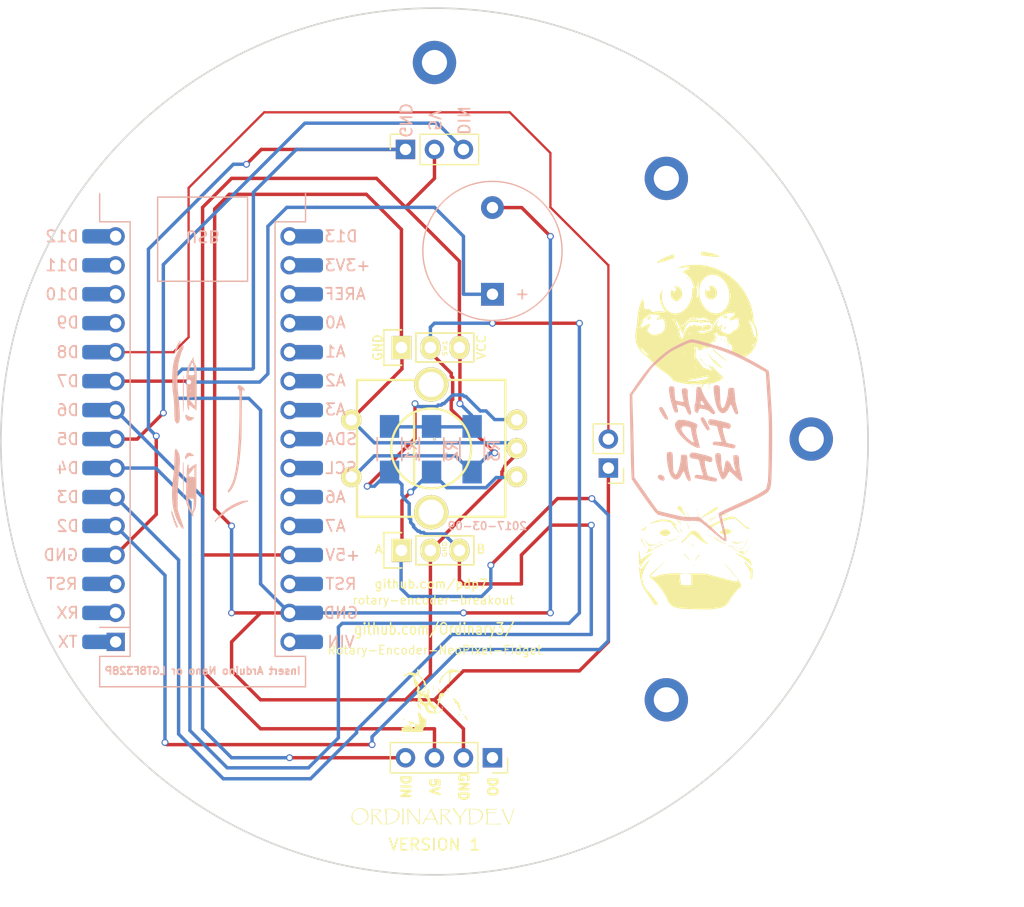
<source format=kicad_pcb>
(kicad_pcb (version 20211014) (generator pcbnew)
  (layers (0 "F.Cu" signal) (31 "B.Cu" signal) (34 "B.Paste" user) (35 "F.Paste" user) (36 "B.SilkS" user "B.Silkscreen") (37 "F.SilkS" user "F.Silkscreen") (38 "B.Mask" user) (39 "F.Mask" user) (44 "Edge.Cuts" user))
  (net 0 "")
  (net 1 "Net-(P5-Pad1)")
  (net 2 "Net-(P5-Pad3)")
  (net 3 "Net-(P1-Pad1)")
  (net 4 "Net-(P1-Pad2)")
  (net 5 "/VCC")
  (footprint "Pin_Headers:Pin_Header_Straight_1x03" (layer "F.Cu") (at 147.6544 84.2336 90)
    (fp_text reference "P1" hide)
    (fp_text value "CONN_01X03")
    (pad "1" thru_hole rect locked (at 0 0 90) (size 2.032 1.7272) (drill 1.016) (layers *.Cu *.Mask "F.SilkS") (net 3 "Net-(P1-Pad1)"))
    (pad "2" thru_hole oval locked (at 0 2.54 90) (size 2.032 1.7272) (drill 1.016) (layers *.Cu *.Mask "F.SilkS") (net 4 "Net-(P1-Pad2)"))
    (pad "3" thru_hole oval locked (at 0 5.08 90) (size 2.032 1.7272) (drill 1.016) (layers *.Cu *.Mask "F.SilkS") (net 5 "/VCC"))
  )
  (footprint "Pin_Headers:Pin_Header_Straight_1x03" (layer "F.Cu") (at 147.6544 102.0136 90)
    (fp_text reference "P5" hide)
    (fp_text value "CONN_01X03")
    (pad "1" thru_hole rect locked (at 0 0 90) (size 2.032 1.7272) (drill 1.016) (layers *.Cu *.Mask "F.SilkS") (net 1 "Net-(P5-Pad1)"))
    (pad "2" thru_hole oval locked (at 0 2.54 90) (size 2.032 1.7272) (drill 1.016) (layers *.Cu *.Mask "F.SilkS") (net 3 "Net-(P1-Pad1)"))
    (pad "3" thru_hole oval locked (at 0 5.08 90) (size 2.032 1.7272) (drill 1.016) (layers *.Cu *.Mask "F.SilkS") (net 2 "Net-(P5-Pad3)"))
  )
  (footprint "sparkfun:SF-ROTARY-ENCODER" (layer "F.Cu") (at 150.26302 93.07274 90)
    (fp_text reference "ROT1" hide)
    (fp_text value "ROTARY-ENCODER" hide)
    (pad "" thru_hole circle locked (at -5.6 0 90) (size 3 3) (drill 2.2) (layers *.Cu *.Mask "F.SilkS"))
    (pad "" thru_hole circle locked (at 5.6 0 90) (size 3 3) (drill 2.2) (layers *.Cu *.Mask "F.SilkS"))
    (pad "1" thru_hole circle locked (at -2.5 -7 90) (size 1.8 1.8) (drill 1) (layers *.Cu *.Mask "F.SilkS") (net 4 "Net-(P1-Pad2)"))
    (pad "2" thru_hole circle locked (at -2.5 7.5 90) (size 1.8 1.8) (drill 1) (layers *.Cu *.Mask "F.SilkS") (net 1 "Net-(P5-Pad1)"))
    (pad "3" thru_hole circle locked (at 0 7.5 90) (size 1.8 1.8) (drill 1) (layers *.Cu *.Mask "F.SilkS") (net 3 "Net-(P1-Pad1)"))
    (pad "4" thru_hole circle locked (at 2.5 7.5 90) (size 1.8 1.8) (drill 1) (layers *.Cu *.Mask "F.SilkS") (net 2 "Net-(P5-Pad3)"))
    (pad "5" thru_hole circle locked (at 2.5 -7 90) (size 1.8 1.8) (drill 1) (layers *.Cu *.Mask "F.SilkS") (net 3 "Net-(P1-Pad1)"))
  )
  (footprint "Connector_PinHeader_2.54mm:PinHeader_1x02_P2.54mm_Vertical" (layer "F.Cu") (at 165.79 94.8 180)
    (fp_text reference "REF**" hide)
    (fp_text value "PinHeader_1x02_P2.54mm_Vertical")
    (pad "1" thru_hole rect (at 0 0 180) (size 1.7 1.7) (drill 1) (layers *.Cu *.Mask))
    (pad "2" thru_hole oval (at 0 2.54 180) (size 1.7 1.7) (drill 1) (layers *.Cu *.Mask))
  )
  (footprint "LOGO" (layer "F.Cu") (at 150.55 125.28)
    (fp_text reference "G***" hide)
    (fp_text value "LOGO" hide)
  )
  (footprint "MountingHole:MountingHole_2.2mm_M2_DIN965_Pad_TopBottom" (layer "F.Cu") (at 183.57 92.26)
    (fp_text reference "REF**" hide)
    (fp_text value "MountingHole_2.2mm_M2_DIN965_Pad_TopBottom")
    (pad "1" connect circle (at 0 0) (size 3.8 3.8) (layers "F.Cu" "F.Mask"))
    (pad "1" connect circle (at 0 0) (size 3.8 3.8) (layers "B.Cu" "B.Mask"))
    (pad "1" thru_hole circle (at 0 0) (size 2.6 2.6) (drill 2.2) (layers F&B.Cu *.Mask))
  )
  (footprint "MountingHole:MountingHole_2.2mm_M2_DIN965_Pad_TopBottom" (layer "F.Cu") (at 170.87 115.12)
    (fp_text reference "REF**" hide)
    (fp_text value "MountingHole_2.2mm_M2_DIN965_Pad_TopBottom")
    (pad "1" connect circle (at 0 0) (size 3.8 3.8) (layers "F.Cu" "F.Mask"))
    (pad "1" connect circle (at 0 0) (size 3.8 3.8) (layers "B.Cu" "B.Mask"))
    (pad "1" thru_hole circle (at 0 0) (size 2.6 2.6) (drill 2.2) (layers F&B.Cu *.Mask))
  )
  (footprint "Connector_PinSocket_2.54mm:PinSocket_1x03_P2.54mm_Vertical" (layer "F.Cu") (at 148.01 66.86 90)
    (fp_text reference "REF**" hide)
    (fp_text value "PinSocket_1x03_P2.54mm_Vertical")
    (pad "1" thru_hole rect (at 0 0 90) (size 1.7 1.7) (drill 1) (layers *.Cu *.Mask))
    (pad "2" thru_hole oval (at 0 2.54 90) (size 1.7 1.7) (drill 1) (layers *.Cu *.Mask))
    (pad "3" thru_hole oval (at 0 5.08 90) (size 1.7 1.7) (drill 1) (layers *.Cu *.Mask))
  )
  (footprint "LOGO" (layer "F.Cu") (at 173.41 102.42)
    (fp_text reference "G***" hide)
    (fp_text value "LOGO" hide)
  )
  (footprint "LOGO" (layer "F.Cu") (at 150.55 115.12)
    (fp_text reference "G***" hide)
    (fp_text value "LOGO" hide)
  )
  (footprint "LOGO" (layer "F.Cu") (at 173.41 82.1)
    (fp_text reference "G***" hide)
    (fp_text value "LOGO" hide)
  )
  (footprint "MountingHole:MountingHole_2.2mm_M2_DIN965_Pad_TopBottom" (layer "F.Cu") (at 170.87 69.4)
    (fp_text reference "REF**" hide)
    (fp_text value "MountingHole_2.2mm_M2_DIN965_Pad_TopBottom")
    (pad "1" thru_hole circle (at 0 0) (size 2.6 2.6) (drill 2.2) (layers F&B.Cu *.Mask))
    (pad "1" connect circle (at 0 0) (size 3.8 3.8) (layers "B.Cu" "B.Mask"))
    (pad "1" connect circle (at 0 0) (size 3.8 3.8) (layers "F.Cu" "F.Mask"))
  )
  (footprint "MountingHole:MountingHole_2.2mm_M2_DIN965_Pad_TopBottom" (layer "F.Cu") (at 150.55 59.24)
    (fp_text reference "REF**" hide)
    (fp_text value "MountingHole_2.2mm_M2_DIN965_Pad_TopBottom")
    (pad "1" thru_hole circle (at 0 0) (size 2.6 2.6) (drill 2.2) (layers *.Cu *.Mask))
    (pad "1" connect circle (at 0 0) (size 3.8 3.8) (layers "B.Cu" "B.Mask"))
    (pad "1" connect circle (at 0 0) (size 3.8 3.8) (layers "F.Cu" "F.Mask"))
  )
  (footprint "Connector_PinSocket_2.54mm:PinSocket_1x04_P2.54mm_Vertical" (layer "F.Cu") (at 155.63 120.2 -90)
    (fp_text reference "REF**" hide)
    (fp_text value "PinSocket_1x04_P2.54mm_Vertical")
    (pad "1" thru_hole rect (at 0 0 270) (size 1.7 1.7) (drill 1) (layers *.Cu *.Mask))
    (pad "2" thru_hole oval (at 0 2.54 270) (size 1.7 1.7) (drill 1) (layers *.Cu *.Mask))
    (pad "3" thru_hole oval (at 0 5.08 270) (size 1.7 1.7) (drill 1) (layers *.Cu *.Mask))
    (pad "4" thru_hole oval (at 0 7.62 270) (size 1.7 1.7) (drill 1) (layers *.Cu *.Mask))
  )
  (footprint "Resistors_SMD:R_1206_HandSoldering" (layer "B.Cu") (at 146.613 93.149 90)
    (fp_text reference "R1" (at -0.127 1.905 90) (layer "B.SilkS") (effects (justify mirror)))
    (fp_text value "R")
    (pad "1" smd rect locked (at -2 0 90) (size 2 1.7) (layers "B.Cu" "B.Paste" "B.Mask") (net 2 "Net-(P5-Pad3)"))
    (pad "2" smd rect locked (at 2 0 90) (size 2 1.7) (layers "B.Cu" "B.Paste" "B.Mask") (net 5 "/VCC"))
  )
  (footprint "Resistors_SMD:R_1206_HandSoldering" (layer "B.Cu") (at 150.296 93.149 90)
    (fp_text reference "R2" (at -0.127 1.778 90) (layer "B.SilkS") (effects (justify mirror)))
    (fp_text value "R")
    (pad "1" smd rect locked (at -2 0 90) (size 2 1.7) (layers "B.Cu" "B.Paste" "B.Mask") (net 1 "Net-(P5-Pad1)"))
    (pad "2" smd rect locked (at 2 0 90) (size 2 1.7) (layers "B.Cu" "B.Paste" "B.Mask") (net 5 "/VCC"))
  )
  (footprint "Resistors_SMD:R_1206_HandSoldering" (layer "B.Cu") (at 153.852 93.149 90)
    (fp_text reference "R3" (at -0.127 1.905 90) (layer "B.SilkS") (effects (justify mirror)))
    (fp_text value "R")
    (pad "1" smd rect locked (at -2 0 90) (size 2 1.7) (layers "B.Cu" "B.Paste" "B.Mask") (net 4 "Net-(P1-Pad2)"))
    (pad "2" smd rect locked (at 2 0 90) (size 2 1.7) (layers "B.Cu" "B.Paste" "B.Mask") (net 5 "/VCC"))
  )
  (footprint "Arduino:Arduino_Nano" (layer "B.Cu") (at 122.61 110.04 -90)
    (fp_text reference "REF**" hide)
    (fp_text value "Arduino_Nano_pads")
    (fp_text user "A1" (at -25.46 -19.25 unlocked) (layer "B.SilkS") (effects (justify mirror)))
    (fp_text user "VIN" (at 0 -19.75 unlocked) (layer "B.SilkS") (effects (justify mirror)))
    (fp_text user "SDA" (at -17.78 -19.75 unlocked) (layer "B.SilkS") (effects (justify mirror)))
    (fp_text user "D6" (at -20.32 4.2 unlocked) (layer "B.SilkS") (effects (justify mirror)))
    (fp_text user "D9" (at -28 4.2 unlocked) (layer "B.SilkS") (effects (justify mirror)))
    (fp_text user "D8" (at -25.4 4.2 unlocked) (layer "B.SilkS") (effects (justify mirror)))
    (fp_text user "D2" (at -10.16 4.2 unlocked) (layer "B.SilkS") (effects (justify mirror)))
    (fp_text user "AREF" (at -30.5 -20.1 unlocked) (layer "B.SilkS") (effects (justify mirror)))
    (fp_text user "SCL" (at -15.24 -19.75 unlocked) (layer "B.SilkS") (effects (justify mirror)))
    (fp_text user "D13" (at -35.56 -19.75 unlocked) (layer "B.SilkS") (effects (justify mirror)))
    (fp_text user "GND" (at -2.54 -19.75 unlocked) (layer "B.SilkS") (effects (justify mirror)))
    (fp_text user "D7" (at -22.86 4.2 unlocked) (layer "B.SilkS") (effects (justify mirror)))
    (fp_text user "RST" (at -5.08 4.7 unlocked) (layer "B.SilkS") (effects (justify mirror)))
    (fp_text user "USB" (at -35.56 -7.62 180 unlocked) (layer "B.SilkS") (effects (justify mirror)))
    (fp_text user "A2" (at -22.92 -19.25 unlocked) (layer "B.SilkS") (effects (justify mirror)))
    (fp_text user "D4" (at -15.24 4.2 unlocked) (layer "B.SilkS") (effects (justify mirror)))
    (fp_text user "RX" (at -2.54 4.2 unlocked) (layer "B.SilkS") (effects (justify mirror)))
    (fp_text user "D5" (at -17.78 4.2 unlocked) (layer "B.SilkS") (effects (justify mirror)))
    (fp_text user "A6" (at -12.7 -19.25 unlocked) (layer "B.SilkS") (effects (justify mirror)))
    (fp_text user "D12" (at -35.56 4.7 unlocked) (layer "B.SilkS") (effects (justify mirror)))
    (fp_text user "+3V3" (at -33.02 -20.32 unlocked) (layer "B.SilkS") (effects (justify mirror)))
    (fp_text user "GND" (at -7.62 4.8 unlocked) (layer "B.SilkS") (effects (justify mirror)))
    (fp_text user "A7" (at -10.16 -19.25 unlocked) (layer "B.SilkS") (effects (justify mirror)))
    (fp_text user "A3" (at -20.38 -19.25 unlocked) (layer "B.SilkS") (effects (justify mirror)))
    (fp_text user "D3" (at -12.7 4.2 unlocked) (layer "B.SilkS") (effects (justify mirror)))
    (fp_text user "TX" (at 0 4.2 unlocked) (layer "B.SilkS") (effects (justify mirror)))
    (fp_text user "RST" (at -5.08 -19.75 unlocked) (layer "B.SilkS") (effects (justify mirror)))
    (fp_text user "D10" (at -30.48 4.7 unlocked) (layer "B.SilkS") (effects (justify mirror)))
    (fp_text user "+5V" (at -7.62 -19.9 unlocked) (layer "B.SilkS") (effects (justify mirror)))
    (fp_text user "D11" (at -33.02 4.7 unlocked) (layer "B.SilkS") (effects (justify mirror)))
    (fp_text user "A0" (at -28 -19.25 unlocked) (layer "B.SilkS") (effects (justify mirror)))
    (pad "1" thru_hole rect (at 0 0) (size 1.6 1.6) (drill 1) (layers *.Cu *.Mask))
    (pad "1" connect roundrect (at 0 1.5) (size 2.86 1.27) (layers "B.Cu" "B.Mask"))
    (pad "2" thru_hole oval (at -2.54 0) (size 1.6 1.6) (drill 1) (layers *.Cu *.Mask))
    (pad "2" connect roundrect (at -2.54 1.5) (size 2.86 1.27) (layers "B.Cu" "B.Mask"))
    (pad "3" connect roundrect (at -5.08 1.5) (size 2.86 1.27) (layers "B.Cu" "B.Mask"))
    (pad "3" thru_hole oval (at -5.08 0) (size 1.6 1.6) (drill 1) (layers *.Cu *.Mask))
    (pad "4" thru_hole oval (at -7.62 0) (size 1.6 1.6) (drill 1) (layers *.Cu *.Mask))
    (pad "4" connect roundrect (at -7.62 1.5) (size 2.86 1.27) (layers "B.Cu" "B.Mask"))
    (pad "5" thru_hole oval (at -10.16 0) (size 1.6 1.6) (drill 1) (layers *.Cu *.Mask))
    (pad "5" connect roundrect (at -10.16 1.5) (size 2.86 1.27) (layers "B.Cu" "B.Mask"))
    (pad "6" thru_hole oval (at -12.7 0) (size 1.6 1.6) (drill 1) (layers *.Cu *.Mask))
    (pad "6" connect roundrect (at -12.7 1.5) (size 2.86 1.27) (layers "B.Cu" "B.Mask"))
    (pad "7" connect roundrect (at -15.24 1.5) (size 2.86 1.27) (layers "B.Cu" "B.Mask"))
    (pad "7" thru_hole oval (at -15.24 0) (size 1.6 1.6) (drill 1) (layers *.Cu *.Mask))
    (pad "8" connect roundrect (at -17.78 1.5) (size 2.86 1.27) (layers "B.Cu" "B.Mask"))
    (pad "8" thru_hole oval (at -17.78 0) (size 1.6 1.6) (drill 1) (layers *.Cu *.Mask))
    (pad "9" thru_hole oval (at -20.32 0) (size 1.6 1.6) (drill 1) (layers *.Cu *.Mask))
    (pad "9" connect roundrect (at -20.32 1.5) (size 2.86 1.27) (layers "B.Cu" "B.Mask"))
    (pad "10" connect roundrect (at -22.86 1.5) (size 2.86 1.27) (layers "B.Cu" "B.Mask"))
    (pad "10" thru_hole oval (at -22.86 0) (size 1.6 1.6) (drill 1) (layers *.Cu *.Mask))
    (pad "11" connect roundrect (at -25.4 1.5) (size 2.86 1.27) (layers "B.Cu" "B.Mask"))
    (pad "11" thru_hole oval (at -25.4 0) (size 1.6 1.6) (drill 1) (layers *.Cu *.Mask))
    (pad "12" thru_hole oval (at -27.94 0) (size 1.6 1.6) (drill 1) (layers *.Cu *.Mask))
    (pad "12" connect roundrect (at -27.94 1.5) (size 2.86 1.27) (layers "B.Cu" "B.Mask"))
    (pad "13" thru_hole oval (at -30.48 0) (size 1.6 1.6) (drill 1) (layers *.Cu *.Mask))
    (pad "13" connect roundrect (at -30.48 1.5) (size 2.86 1.27) (layers "B.Cu" "B.Mask"))
    (pad "14" thru_hole oval (at -33.02 0) (size 1.6 1.6) (drill 1) (layers *.Cu *.Mask))
    (pad "14" connect roundrect (at -33.02 1.5) (size 2.86 1.27) (layers "B.Cu" "B.Mask"))
    (pad "15" thru_hole oval (at -35.56 0) (size 1.6 1.6) (drill 1) (layers *.Cu *.Mask))
    (pad "15" connect roundrect (at -35.56 1.5) (size 2.86 1.27) (layers "B.Cu" "B.Mask"))
    (pad "16" thru_hole oval (at -35.56 -15.24) (size 1.6 1.6) (drill 1) (layers *.Cu *.Mask))
    (pad "16" connect roundrect (at -35.56 -16.74) (size 2.86 1.27) (layers "B.Cu" "B.Mask"))
    (pad "17" thru_hole oval (at -33.02 -15.24) (size 1.6 1.6) (drill 1) (layers *.Cu *.Mask))
    (pad "17" connect roundrect (at -33.02 -16.74) (size 2.86 1.27) (layers "B.Cu" "B.Mask"))
    (pad "18" thru_hole oval (at -30.48 -15.24) (size 1.6 1.6) (drill 1) (layers *.Cu *.Mask))
    (pad "18" connect roundrect (at -30.48 -16.74) (size 2.86 1.27) (layers "B.Cu" "B.Mask"))
    (pad "19" thru_hole oval (at -27.94 -15.24) (size 1.6 1.6) (drill 1) (layers *.Cu *.Mask))
    (pad "19" connect roundrect (at -27.94 -16.74) (size 2.86 1.27) (layers "B.Cu" "B.Mask"))
    (pad "20" connect roundrect (at -25.4 -16.74) (size 2.86 1.27) (layers "B.Cu" "B.Mask"))
    (pad "20" thru_hole oval (at -25.4 -15.24) (size 1.6 1.6) (drill 1) (layers *.Cu *.Mask))
    (pad "21" thru_hole oval (at -22.86 -15.24) (size 1.6 1.6) (drill 1) (layers *.Cu *.Mask))
    (pad "21" connect roundrect (at -22.86 -16.74) (size 2.86 1.27) (layers "B.Cu" "B.Mask"))
    (pad "22" thru_hole oval (at -20.32 -15.24) (size 1.6 1.6) (drill 1) (layers *.Cu *.Mask))
    (pad "22" connect roundrect (at -20.32 -16.74) (size 2.86 1.27) (layers "B.Cu" "B.Mask"))
    (pad "23" thru_hole oval (at -17.78 -15.24) (size 1.6 1.6) (drill 1) (layers *.Cu *.Mask))
    (pad "23" connect roundrect (at -17.78 -16.74) (size 2.86 1.27) (layers "B.Cu" "B.Mask"))
    (pad "24" connect roundrect (at -15.24 -16.74) (size 2.86 1.27) (layers "B.Cu" "B.Mask"))
    (pad "24" thru_hole oval (at -15.24 -15.24) (size 1.6 1.6) (drill 1) (layers *.Cu *.Mask))
    (pad "25" connect roundrect (at -12.7 -16.74) (size 2.86 1.27) (layers "B.Cu" "B.Mask"))
    (pad "25" thru_hole oval (at -12.7 -15.24) (size 1.6 1.6) (drill 1) (layers *.Cu *.Mask))
    (pad "26" thru_hole oval (at -10.16 -15.24) (size 1.6 1.6) (drill 1) (layers *.Cu *.Mask))
    (pad "26" connect roundrect (at -10.16 -16.74) (size 2.86 1.27) (layers "B.Cu" "B.Mask"))
    (pad "27" connect roundrect (at -7.62 -16.74) (size 2.86 1.27) (layers "B.Cu" "B.Mask"))
    (pad "27" thru_hole oval (at -7.62 -15.24) (size 1.6 1.6) (drill 1) (layers *.Cu *.Mask))
    (pad "28" thru_hole oval (at -5.08 -15.24) (size 1.6 1.6) (drill 1) (layers *.Cu *.Mask))
    (pad "28" connect roundrect (at -5.08 -16.74) (size 2.86 1.27) (layers "B.Cu" "B.Mask"))
    (pad "29" thru_hole oval (at -2.54 -15.24) (size 1.6 1.6) (drill 1) (layers *.Cu *.Mask))
    (pad "29" connect roundrect (at -2.54 -16.74) (size 2.86 1.27) (layers "B.Cu" "B.Mask"))
    (pad "30" thru_hole oval (at 0 -15.24) (size 1.6 1.6) (drill 1) (layers *.Cu *.Mask))
    (pad "30" connect roundrect (at 0 -16.74) (size 2.86 1.27) (layers "B.Cu" "B.Mask"))
  )
  (footprint "LOGO" (layer "B.Cu") (at 130.23 92.26 -90)
    (fp_text reference "G***" hide)
    (fp_text value "LOGO" hide)
  )
  (footprint "LOGO" (layer "B.Cu") (at 174.14537 92.375621 180)
    (fp_text reference "G***" hide)
    (fp_text value "LOGO" hide)
  )
  (footprint "Buzzer_Beeper:Buzzer_12x9.5RM7.6" (layer "B.Cu") (at 155.63 79.56 90)
    (fp_text reference "REF**" hide)
    (fp_text value "Buzzer_12x9.5RM7.6")
    (fp_text user "+" (at -0.01 2.54 90) (layer "B.SilkS") (effects (justify mirror)))
    (pad "1" thru_hole rect (at 0 0 90) (size 2 2) (drill 1) (layers *.Cu *.Mask))
    (pad "2" thru_hole circle (at 7.6 0 90) (size 2 2) (drill 1) (layers *.Cu *.Mask))
  )
  (gr_circle (center 150.55 92.26) (end 150.55 92.26) (layer "Edge.Cuts") (width 0.15) (fill none))
  (gr_circle (center 150.55 92.470216) (end 188.55 92.470216) (layer "Edge.Cuts") (width 0.15) (fill none))
  (gr_text "5V" (at 150.55 64.32 270) (layer "B.SilkS") (effects (font (size 1 1)) (justify mirror)))
  (gr_text "GND" (at 148.01 64.32 270) (layer "B.SilkS") (effects (font (size 1 1)) (justify mirror)))
  (gr_text "Insert Arduino Nano or LGT8F328P" (at 130.23 112.58) (layer "B.SilkS") (effects (font (size 0.65 0.65)) (justify mirror)))
  (gr_text "2017-03-09\n" (at 155.1855 99.88) (layer "B.SilkS") (effects (font (size 0.6858 0.6858) (thickness 0.127)) (justify mirror)))
  (gr_text "DIN" (at 153.09 64.32 270) (layer "B.SilkS") (effects (font (size 1 1)) (justify mirror)))
  (gr_text "B" (at 154.614 101.912) (layer "F.SilkS") (effects (font (size 0.762 0.762) (thickness 0.127))))
  (gr_text "VERSION 1" (at 150.55 127.82) (layer "F.SilkS") (effects (font (size 1 1))))
  (gr_text "DO" (at 155.63 122.74 270) (layer "F.SilkS") (effects (font (size 0.8 0.8) (thickness 0.2))))
  (gr_text "DIN" (at 148.01 122.74 270) (layer "F.SilkS") (effects (font (size 0.8 0.8) (thickness 0.2))))
  (gr_text "GND\n" (at 145.5716 84.2336 90) (layer "F.SilkS") (effects (font (size 0.762 0.762) (thickness 0.127))))
  (gr_text "GND" (at 153.09 122.74 270) (layer "F.SilkS") (effects (font (size 0.8 0.8) (thickness 0.2))))
  (gr_text "5V" (at 150.55 122.74 270) (layer "F.SilkS") (effects (font (size 0.8 0.8) (thickness 0.2))))
  (gr_text "Rotary-Encoder-NeoPixel-Fidget" (at 150.562367 110.758845) (layer "F.SilkS") (effects (font (size 0.762 0.7366) (thickness 0.1016))))
  (gr_text "github.com/pdp7\n" (at 150.2452 104.96) (layer "F.SilkS") (effects (font (size 0.762 0.762) (thickness 0.127))))
  (gr_text "A\n" (at 145.6605 101.912) (layer "F.SilkS") (effects (font (size 0.762 0.762) (thickness 0.127))))
  (gr_text "GND" (at 151.439 101.912 90) (layer "F.SilkS") (effects (font (size 0.381 0.4572) (thickness 0.0762))))
  (gr_text "rotary-encoder-breakout" (at 150.4484 106.3824) (layer "F.SilkS") (effects (font (size 0.762 0.7366) (thickness 0.1016))))
  (gr_text "SW1\n" (at 151.4644 84.2844 90) (layer "F.SilkS") (effects (font (size 0.381 0.4572) (thickness 0.0762))))
  (gr_text "VCC\n\n" (at 155.2744 84.1828 90) (layer "F.SilkS") (effects (font (size 0.762 0.762) (thickness 0.127))))
  (gr_text "github.com/Ordinary3/" (at 150.513154 108.907839) (layer "F.SilkS") (effects (font (size 1 0.8) (thickness 0.127))))
  (segment (start 160.71 67.170759) (end 160.71 71.94) (width 0.2032) (layer "F.Cu") (net 0))
  (segment (start 137.85 120.2) (end 148.01 120.2) (width 0.3) (layer "F.Cu") (net 0))
  (segment (start 127.69 84.64) (end 129.003188 83.326812) (width 0.2032) (layer "F.Cu") (net 0))
  (segment (start 129.003188 83.326812) (end 129.003188 70.232952) (width 0.2032) (layer "F.Cu") (net 0))
  (segment (start 165.79 77.02) (end 165.79 92.26) (width 0.2032) (layer "F.Cu") (net 0))
  (segment (start 122.61 92.26) (end 124.497652 92.26) (width 0.3) (layer "F.Cu") (net 0))
  (segment (start 122.61 84.64) (end 127.69 84.64) (width 0.2032) (layer "F.Cu") (net 0))
  (segment (start 135.630429 63.605711) (end 157.144952 63.605711) (width 0.2032) (layer "F.Cu") (net 0))
  (segment (start 157.144952 63.605711) (end 160.71 67.170759) (width 0.2032) (layer "F.Cu") (net 0))
  (segment (start 160.71 71.94) (end 165.79 77.02) (width 0.2032) (layer "F.Cu") (net 0))
  (segment (start 122.61 87.18) (end 128.947884 87.18) (width 0.3) (layer "F.Cu") (net 0))
  (segment (start 124.497652 92.26) (end 126.789594 89.968058) (width 0.3) (layer "F.Cu") (net 0))
  (segment (start 129.003188 70.232952) (end 135.630429 63.605711) (width 0.2032) (layer "F.Cu") (net 0))
  (segment (start 128.947884 87.18) (end 129.028016 87.260132) (width 0.3) (layer "F.Cu") (net 0))
  (via (at 126.789594 89.968058) (size 0.6) (drill 0.4) (layers "F.Cu" "B.Cu") (net 0))
  (via (at 129.028016 87.260132) (size 0.6) (drill 0.4) (layers "F.Cu" "B.Cu") (net 0))
  (via (at 137.85 120.2) (size 0.6) (drill 0.4) (layers "F.Cu" "B.Cu") (net 0))
  (segment (start 129.028016 87.260132) (end 135.229868 87.260132) (width 0.3) (layer "B.Cu") (net 0))
  (segment (start 132.77 120.2) (end 137.85 120.2) (width 0.3) (layer "B.Cu") (net 0))
  (segment (start 135.952178 73.598961) (end 137.611139 71.94) (width 0.3) (layer "B.Cu") (net 0))
  (segment (start 135.952178 86.537822) (end 135.952178 73.598961) (width 0.3) (layer "B.Cu") (net 0))
  (segment (start 150.788398 64.558398) (end 153.09 66.86) (width 0.3) (layer "B.Cu") (net 0))
  (segment (start 130.23 97.34) (end 130.23 117.66) (width 0.3) (layer "B.Cu") (net 0))
  (segment (start 130.23 117.66) (end 132.77 120.2) (width 0.3) (layer "B.Cu") (net 0))
  (segment (start 135.229868 87.260132) (end 135.952178 86.537822) (width 0.3) (layer "B.Cu") (net 0))
  (segment (start 137.611139 71.94) (end 150.55 71.94) (width 0.3) (layer "B.Cu") (net 0))
  (segment (start 153.09 79.56) (end 155.63 79.56) (width 0.3) (layer "B.Cu") (net 0))
  (segment (start 122.61 89.72) (end 130.23 97.34) (width 0.3) (layer "B.Cu") (net 0))
  (segment (start 153.09 74.48) (end 153.09 79.56) (width 0.3) (layer "B.Cu") (net 0))
  (segment (start 126.789594 89.968058) (end 126.789594 76.961493) (width 0.3) (layer "B.Cu") (net 0))
  (segment (start 126.789594 76.961493) (end 139.192689 64.558398) (width 0.3) (layer "B.Cu") (net 0))
  (segment (start 139.192689 64.558398) (end 150.788398 64.558398) (width 0.3) (layer "B.Cu") (net 0))
  (segment (start 150.55 71.94) (end 153.09 74.48) (width 0.3) (layer "B.Cu") (net 0))
  (segment (start 147.701 101.981) (end 147.6544 102.0136) (width 0.3) (layer "F.Cu") (net 1))
  (segment (start 164.341524 97.47644) (end 161.330397 97.47644) (width 0.3) (layer "F.Cu") (net 1))
  (segment (start 126.933852 118.861719) (end 127.122889 119.050756) (width 0.3) (layer "F.Cu") (net 1))
  (segment (start 147.701 97.663) (end 147.701 101.981) (width 0.3) (layer "F.Cu") (net 1))
  (segment (start 161.330397 97.47644) (end 155.487914 103.318923) (width 0.3) (layer "F.Cu") (net 1))
  (segment (start 127.122889 119.050756) (end 145.081389 119.050756) (width 0.3) (layer "F.Cu") (net 1))
  (segment (start 148.463 96.901) (end 147.701 97.663) (width 0.3) (layer "F.Cu") (net 1))
  (via (at 164.341524 97.47644) (size 0.6) (drill 0.4) (layers "F.Cu" "B.Cu") (net 1))
  (via (at 145.081389 119.050756) (size 0.6) (drill 0.4) (layers "F.Cu" "B.Cu") (net 1))
  (via (at 155.487914 103.318923) (size 0.6) (drill 0.4) (layers "F.Cu" "B.Cu") (net 1))
  (via (at 148.463 96.901) (size 0.6) (drill 0.4) (layers "F.Cu" "B.Cu") (net 1))
  (via (at 126.933852 118.861719) (size 0.6) (drill 0.4) (layers "F.Cu" "B.Cu") (net 1))
  (segment (start 157.734 95.631) (end 157.76302 95.57274) (width 0.3) (layer "B.Cu") (net 1))
  (segment (start 150.241 95.123) (end 148.463 96.901) (width 0.3) (layer "B.Cu") (net 1))
  (segment (start 150.296 95.149) (end 150.241 95.123) (width 0.3) (layer "B.Cu") (net 1))
  (segment (start 150.296 95.149) (end 150.241 95.123) (width 0.3) (layer "B.Cu") (net 1))
  (segment (start 148.297166 106.060396) (end 147.623033 105.386263) (width 0.3) (layer "B.Cu") (net 1))
  (segment (start 165.79 98.924916) (end 164.341524 97.47644) (width 0.3) (layer "B.Cu") (net 1))
  (segment (start 126.933852 104.203852) (end 126.933852 118.861719) (width 0.3) (layer "B.Cu") (net 1))
  (segment (start 165.79 109.933124) (end 165.79 98.924916) (width 0.3) (layer "B.Cu") (net 1))
  (segment (start 165.009861 110.713263) (end 165.79 109.933124) (width 0.3) (layer "B.Cu") (net 1))
  (segment (start 122.61 99.88) (end 126.933852 104.203852) (width 0.3) (layer "B.Cu") (net 1))
  (segment (start 150.241 95.123) (end 151.638 96.52) (width 0.3) (layer "B.Cu") (net 1))
  (segment (start 147.623033 102.044967) (end 147.6544 102.0136) (width 0.3) (layer "B.Cu") (net 1))
  (segment (start 155.487914 105.251437) (end 154.678955 106.060396) (width 0.3) (layer "B.Cu") (net 1))
  (segment (start 145.081389 119.050756) (end 145.081389 118.360665) (width 0.3) (layer "B.Cu") (net 1))
  (segment (start 154.678955 106.060396) (end 148.297166 106.060396) (width 0.3) (layer "B.Cu") (net 1))
  (segment (start 147.623033 105.386263) (end 147.623033 102.044967) (width 0.3) (layer "B.Cu") (net 1))
  (segment (start 155.067 96.52) (end 155.956 95.631) (width 0.3) (layer "B.Cu") (net 1))
  (segment (start 151.638 96.52) (end 155.067 96.52) (width 0.3) (layer "B.Cu") (net 1))
  (segment (start 152.728791 110.713263) (end 165.009861 110.713263) (width 0.3) (layer "B.Cu") (net 1))
  (segment (start 145.081389 118.360665) (end 152.728791 110.713263) (width 0.3) (layer "B.Cu") (net 1))
  (segment (start 155.956 95.631) (end 157.734 95.631) (width 0.3) (layer "B.Cu") (net 1))
  (segment (start 155.487914 103.318923) (end 155.487914 105.251437) (width 0.3) (layer "B.Cu") (net 1))
  (segment (start 153.09 104.96) (end 152.7344 104.6044) (width 0.3) (layer "F.Cu") (net 2))
  (segment (start 144.653 96.393) (end 148.844 92.202) (width 0.3) (layer "F.Cu") (net 2))
  (segment (start 164.291921 99.803183) (end 160.786817 99.803183) (width 0.3) (layer "F.Cu") (net 2))
  (segment (start 160.786817 99.803183) (end 158.17 102.42) (width 0.3) (layer "F.Cu") (net 2))
  (segment (start 148.844 92.202) (end 148.844 89.154) (width 0.3) (layer "F.Cu") (net 2))
  (segment (start 158.17 102.42) (end 158.17 104.96) (width 0.3) (layer "F.Cu") (net 2))
  (segment (start 152.7344 104.6044) (end 152.7344 102.0136) (width 0.3) (layer "F.Cu") (net 2))
  (segment (start 158.17 104.96) (end 153.09 104.96) (width 0.3) (layer "F.Cu") (net 2))
  (via (at 144.653 96.393) (size 0.6) (drill 0.4) (layers "F.Cu" "B.Cu") (net 2))
  (via (at 148.844 89.154) (size 0.6) (drill 0.4) (layers "F.Cu" "B.Cu") (net 2))
  (via (at 164.291921 99.803183) (size 0.6) (drill 0.4) (layers "F.Cu" "B.Cu") (net 2))
  (segment (start 157.734 90.551) (end 157.76302 90.57274) (width 0.3) (layer "B.Cu") (net 2))
  (segment (start 146.558 95.123) (end 146.613 95.149) (width 0.3) (layer "B.Cu") (net 2))
  (segment (start 132.046178 122.042998) (end 139.686242 122.042998) (width 0.3) (layer "B.Cu") (net 2))
  (segment (start 149.352 100.457) (end 149.225 100.33) (width 0.3) (layer "B.Cu") (net 2))
  (segment (start 150.876 89.281) (end 151.13 89.281) (width 0.3) (layer "B.Cu") (net 2))
  (segment (start 155.067 89.789) (end 155.829 90.551) (width 0.3) (layer "B.Cu") (net 2))
  (segment (start 128.125617 118.122437) (end 132.046178 122.042998) (width 0.3) (layer "B.Cu") (net 2))
  (segment (start 152.088692 109.395724) (end 164.291921 109.395724) (width 0.3) (layer "B.Cu") (net 2))
  (segment (start 153.162 88.519) (end 153.289 88.519) (width 0.3) (layer "B.Cu") (net 2))
  (segment (start 152.781 101.981) (end 151.511 100.711) (width 0.3) (layer "B.Cu") (net 2))
  (segment (start 153.035 88.392) (end 153.162 88.519) (width 0.3) (layer "B.Cu") (net 2))
  (segment (start 148.336 99.187) (end 148.336 97.917) (width 0.3) (layer "B.Cu") (net 2))
  (segment (start 151.257 89.154) (end 151.384 89.154) (width 0.3) (layer "B.Cu") (net 2))
  (segment (start 164.291921 109.395724) (end 164.291921 99.803183) (width 0.3) (layer "B.Cu") (net 2))
  (segment (start 151.511 100.584) (end 149.733 100.584) (width 0.3) (layer "B.Cu") (net 2))
  (segment (start 148.717 99.949) (end 148.717 99.822) (width 0.3) (layer "B.Cu") (net 2))
  (segment (start 147.701 97.155) (end 147.701 96.266) (width 0.3) (layer "B.Cu") (net 2))
  (segment (start 151.511 100.711) (end 151.511 100.584) (width 0.3) (layer "B.Cu") (net 2))
  (segment (start 152.7344 102.0136) (end 152.781 101.981) (width 0.3) (layer "B.Cu") (net 2))
  (segment (start 148.717 99.822) (end 148.463 99.568) (width 0.3) (layer "B.Cu") (net 2))
  (segment (start 145.288 96.393) (end 144.653 96.393) (width 0.3) (layer "B.Cu") (net 2))
  (segment (start 153.289 88.519) (end 154.559 89.789) (width 0.3) (layer "B.Cu") (net 2))
  (segment (start 148.463 99.568) (end 148.463 99.314) (width 0.3) (layer "B.Cu") (net 2))
  (segment (start 151.384 89.154) (end 152.146 88.392) (width 0.3) (layer "B.Cu") (net 2))
  (segment (start 146.558 95.123) (end 145.288 96.393) (width 0.3) (layer "B.Cu") (net 2))
  (segment (start 128.125617 102.855617) (end 128.125617 118.122437) (width 0.3) (layer "B.Cu") (net 2))
  (segment (start 147.828 97.409) (end 147.828 97.282) (width 0.3) (layer "B.Cu") (net 2))
  (segment (start 149.606 100.457) (end 149.352 100.457) (width 0.3) (layer "B.Cu") (net 2))
  (segment (start 149.098 100.33) (end 148.717 99.949) (width 0.3) (layer "B.Cu") (net 2))
  (segment (start 146.613 95.149) (end 146.558 95.123) (width 0.3) (layer "B.Cu") (net 2))
  (segment (start 155.829 90.551) (end 157.734 90.551) (width 0.3) (layer "B.Cu") (net 2))
  (segment (start 147.701 96.266) (end 146.558 95.123) (width 0.3) (layer "B.Cu") (net 2))
  (segment (start 152.146 88.392) (end 153.035 88.392) (width 0.3) (layer "B.Cu") (net 2))
  (segment (start 143.725833 117.758583) (end 152.088692 109.395724) (width 0.3) (layer "B.Cu") (net 2))
  (segment (start 139.686242 122.042998) (end 143.725833 118.003407) (width 0.3) (layer "B.Cu") (net 2))
  (segment (start 148.844 89.154) (end 149.098 89.408) (width 0.3) (layer "B.Cu") (net 2))
  (segment (start 147.828 97.282) (end 147.701 97.155) (width 0.3) (layer "B.Cu") (net 2))
  (segment (start 149.733 100.584) (end 149.606 100.457) (width 0.3) (layer "B.Cu") (net 2))
  (segment (start 148.463 99.314) (end 148.336 99.187) (width 0.3) (layer "B.Cu") (net 2))
  (segment (start 148.336 97.917) (end 147.828 97.409) (width 0.3) (layer "B.Cu") (net 2))
  (segment (start 122.61 97.34) (end 128.125617 102.855617) (width 0.3) (layer "B.Cu") (net 2))
  (segment (start 151.13 89.281) (end 151.257 89.154) (width 0.3) (layer "B.Cu") (net 2))
  (segment (start 150.749 89.408) (end 150.876 89.281) (width 0.3) (layer "B.Cu") (net 2))
  (segment (start 154.559 89.789) (end 155.067 89.789) (width 0.3) (layer "B.Cu") (net 2))
  (segment (start 149.225 100.33) (end 149.098 100.33) (width 0.3) (layer "B.Cu") (net 2))
  (segment (start 149.098 89.408) (end 150.749 89.408) (width 0.3) (layer "B.Cu") (net 2))
  (segment (start 143.725833 118.003407) (end 143.725833 117.758583) (width 0.3) (layer "B.Cu") (net 2))
  (segment (start 147.701 84.201) (end 147.6544 84.2336) (width 0.3) (layer "F.Cu") (net 3))
  (segment (start 157.734 93.091) (end 157.76302 93.07274) (width 0.3) (layer "F.Cu") (net 3))
  (segment (start 132.77 110.04) (end 135.31 107.5) (width 0.3) (layer "F.Cu") (net 3))
  (segment (start 156.464 95.123) (end 156.591 94.996) (width 0.3) (layer "F.Cu") (net 3))
  (segment (start 131.287832 98.397832) (end 132.77 99.88) (width 0.3) (layer "F.Cu") (net 3))
  (segment (start 153.09 117.66) (end 153.09 120.2) (width 0.3) (layer "F.Cu") (net 3))
  (segment (start 143.256 90.551) (end 147.701 86.106) (width 0.3) (layer "F.Cu") (net 3))
  (segment (start 156.718 94.742) (end 156.718 94.615) (width 0.3) (layer "F.Cu") (net 3))
  (segment (start 157.734 93.599) (end 157.734 93.091) (width 0.3) (layer "F.Cu") (net 3))
  (segment (start 135.31 115.12) (end 132.77 112.58) (width 0.3) (layer "F.Cu") (net 3))
  (segment (start 144.579438 70.79858) (end 132.567238 70.79858) (width 0.3) (layer "F.Cu") (net 3))
  (segment (start 122.61 102.42) (end 126.168337 98.861663) (width 0.3) (layer "F.Cu") (net 3))
  (segment (start 163.25 112.58) (end 165.79 110.04) (width 0.3) (layer "F.Cu") (net 3))
  (segment (start 150.55 115.12) (end 153.09 117.66) (width 0.3) (layer "F.Cu") (net 3))
  (segment (start 134.073455 68.161114) (end 135.374569 66.86) (width 0.3) (layer "F.Cu") (net 3))
  (segment (start 148.01 115.12) (end 135.31 115.12) (width 0.3) (layer "F.Cu") (net 3))
  (segment (start 156.591 94.996) (end 156.591 94.869) (width 0.3) (layer "F.Cu") (net 3))
  (segment (start 148.01 115.12) (end 150.55 115.12) (width 0.3) (layer "F.Cu") (net 3))
  (segment (start 126.168337 98.861663) (end 126.168337 91.989281) (width 0.3) (layer "F.Cu") (net 3))
  (segment (start 156.591 94.869) (end 156.718 94.742) (width 0.3) (layer "F.Cu") (net 3))
  (segment (start 135.374569 66.86) (end 148.01 66.86) (width 0.3) (layer "F.Cu") (net 3))
  (segment (start 132.77 107.5) (end 135.31 107.5) (width 0.3) (layer "F.Cu") (net 3))
  (segment (start 155.63 71.96) (end 158.19 71.96) (width 0.3) (layer "F.Cu") (net 3))
  (segment (start 151.511 100.711) (end 151.511 100.584) (width 0.3) (layer "F.Cu") (net 3))
  (segment (start 150.1944 112.9356) (end 148.01 115.12) (width 0.3) (layer "F.Cu") (net 3))
  (segment (start 153.09 112.58) (end 163.25 112.58) (width 0.3) (layer "F.Cu") (net 3))
  (segment (start 150.241 101.981) (end 151.511 100.711) (width 0.3) (layer "F.Cu") (net 3))
  (segment (start 132.77 112.58) (end 132.77 110.04) (width 0.3) (layer "F.Cu") (net 3))
  (segment (start 156.718 94.615) (end 157.734 93.599) (width 0.3) (layer "F.Cu") (net 3))
  (segment (start 132.567238 70.79858) (end 131.287832 72.077986) (width 0.3) (layer "F.Cu") (net 3))
  (segment (start 165.79 110.04) (end 165.79 94.8) (width 0.3) (layer "F.Cu") (net 3))
  (segment (start 147.701 86.106) (end 147.701 84.201) (width 0.3) (layer "F.Cu") (net 3))
  (segment (start 147.6544 84.2336) (end 147.6544 73.873542) (width 0.3) (layer "F.Cu") (net 3))
  (segment (start 150.1944 102.0136) (end 150.1944 112.9356) (width 0.3) (layer "F.Cu") (net 3))
  (segment (start 150.55 115.12) (end 153.09 112.58) (width 0.3) (layer "F.Cu") (net 3))
  (segment (start 143.26302 90.57274) (end 143.256 90.551) (width 0.3) (layer "F.Cu") (net 3))
  (segment (start 131.287832 72.077986) (end 131.287832 98.397832) (width 0.3) (layer "F.Cu") (net 3))
  (segment (start 158.19 71.96) (end 160.71 74.48) (width 0.3) (layer "F.Cu") (net 3))
  (segment (start 147.6544 73.873542) (end 144.579438 70.79858) (width 0.3) (layer "F.Cu") (net 3))
  (segment (start 135.31 107.5) (end 137.85 107.5) (width 0.3) (layer "F.Cu") (net 3))
  (segment (start 150.1944 102.0136) (end 150.241 101.981) (width 0.3) (layer "F.Cu") (net 3))
  (segment (start 160.71 107.5) (end 153.09 107.5) (width 0.3) (layer "F.Cu") (net 3))
  (segment (start 151.511 100.584) (end 156.464 95.631) (width 0.3) (layer "F.Cu") (net 3))
  (segment (start 156.464 95.631) (end 156.464 95.123) (width 0.3) (layer "F.Cu") (net 3))
  (via (at 126.168337 91.989281) (size 0.6) (drill 0.4) (layers "F.Cu" "B.Cu") (net 3))
  (via (at 153.09 107.5) (size 0.6) (drill 0.4) (layers "F.Cu" "B.Cu") (net 3))
  (via (at 160.71 74.48) (size 0.6) (drill 0.4) (layers "F.Cu" "B.Cu") (net 3))
  (via (at 132.77 99.88) (size 0.6) (drill 0.4) (layers "F.Cu" "B.Cu") (net 3))
  (via (at 134.073455 68.161114) (size 0.6) (drill 0.4) (layers "F.Cu" "B.Cu") (net 3))
  (via (at 160.71 107.5) (size 0.6) (drill 0.4) (layers "F.Cu" "B.Cu") (net 3))
  (via (at 132.77 107.5) (size 0.6) (drill 0.4) (layers "F.Cu" "B.Cu") (net 3))
  (segment (start 143.256 90.551) (end 143.26302 90.57274) (width 0.3) (layer "B.Cu") (net 3))
  (segment (start 134.273574 88.683574) (end 127.882746 88.683574) (width 0.3) (layer "B.Cu") (net 3))
  (segment (start 157.226 92.583) (end 145.288 92.583) (width 0.3) (layer "B.Cu") (net 3))
  (segment (start 132.928081 68.161114) (end 134.073455 68.161114) (width 0.3) (layer "B.Cu") (net 3))
  (segment (start 157.734 93.091) (end 157.226 92.583) (width 0.3) (layer "B.Cu") (net 3))
  (segment (start 160.71 74.48) (end 160.71 107.5) (width 0.3) (layer "B.Cu") (net 3))
  (segment (start 125.484646 91.30559) (end 125.484646 75.604549) (width 0.3) (layer "B.Cu") (net 3))
  (segment (start 137.85 107.5) (end 135.31 104.96) (width 0.3) (layer "B.Cu") (net 3))
  (segment (start 135.31 89.72) (end 134.273574 88.683574) (width 0.3) (layer "B.Cu") (net 3))
  (segment (start 138.447819 66.86) (end 148.01 66.86) (width 0.3) (layer "B.Cu") (net 3))
  (segment (start 134.591233 86.12796) (end 134.680316 86.038877) (width 0.3) (layer "B.Cu") (net 3))
  (segment (start 126.168337 91.989281) (end 125.484646 91.30559) (width 0.3) (layer "B.Cu") (net 3))
  (segment (start 132.77 99.88) (end 132.77 107.5) (width 0.3) (layer "B.Cu") (net 3))
  (segment (start 128.441787 86.12796) (end 134.591233 86.12796) (width 0.3) (layer "B.Cu") (net 3))
  (segment (start 134.680316 70.627503) (end 138.447819 66.86) (width 0.3) (layer "B.Cu") (net 3))
  (segment (start 145.288 92.583) (end 143.256 90.551) (width 0.3) (layer "B.Cu") (net 3))
  (segment (start 134.680316 86.038877) (end 134.680316 70.627503) (width 0.3) (layer "B.Cu") (net 3))
  (segment (start 127.882746 88.683574) (end 127.882746 86.687001) (width 0.3) (layer "B.Cu") (net 3))
  (segment (start 125.484646 75.604549) (end 132.928081 68.161114) (width 0.3) (layer "B.Cu") (net 3))
  (segment (start 135.31 104.96) (end 135.31 89.72) (width 0.3) (layer "B.Cu") (net 3))
  (segment (start 153.09 107.5) (end 139.35 107.5) (width 0.3) (layer "B.Cu") (net 3))
  (segment (start 127.882746 86.687001) (end 128.441787 86.12796) (width 0.3) (layer "B.Cu") (net 3))
  (segment (start 157.76302 93.07274) (end 157.734 93.091) (width 0.3) (layer "B.Cu") (net 3))
  (segment (start 150.241 84.201) (end 150.1944 84.2336) (width 0.3) (layer "F.Cu") (net 4))
  (segment (start 150.241 84.709) (end 150.241 84.201) (width 0.3) (layer "F.Cu") (net 4))
  (segment (start 152.146 86.868) (end 152.019 86.741) (width 0.3) (layer "F.Cu") (net 4))
  (segment (start 152.146 88.773) (end 152.146 86.868) (width 0.3) (layer "F.Cu") (net 4))
  (segment (start 152.019 86.487) (end 150.241 84.709) (width 0.3) (layer "F.Cu") (net 4))
  (segment (start 152.019 86.741) (end 152.019 86.487) (width 0.3) (layer "F.Cu") (net 4))
  (segment (start 152.019 88.9) (end 152.146 88.773) (width 0.3) (layer "F.Cu") (net 4))
  (segment (start 155.829 93.472) (end 152.019 89.662) (width 0.3) (layer "F.Cu") (net 4))
  (segment (start 152.019 89.662) (end 152.019 88.9) (width 0.3) (layer "F.Cu") (net 4))
  (segment (start 163.25 82.1) (end 155.63 82.1) (width 0.3) (layer "F.Cu") (net 4))
  (via (at 163.25 82.1) (size 0.6) (drill 0.4) (layers "F.Cu" "B.Cu") (net 4))
  (via (at 155.829 93.472) (size 0.6) (drill 0.4) (layers "F.Cu" "B.Cu") (net 4))
  (via (at 155.63 82.1) (size 0.6) (drill 0.4) (layers "F.Cu" "B.Cu") (net 4))
  (segment (start 143.256 95.631) (end 143.26302 95.57274) (width 0.3) (layer "B.Cu") (net 4))
  (segment (start 153.797 95.123) (end 152.4 93.726) (width 0.3) (layer "B.Cu") (net 4))
  (segment (start 145.288 93.726) (end 143.383 95.631) (width 0.3) (layer "B.Cu") (net 4))
  (segment (start 163.25 107.5) (end 163.25 82.1) (width 0.3) (layer "B.Cu") (net 4))
  (segment (start 122.61 94.8) (end 126.131332 94.8) (width 0.3) (layer "B.Cu") (net 4))
  (segment (start 139.505524 121.084476) (end 142.130253 118.459747) (width 0.3) (layer "B.Cu") (net 4))
  (segment (start 162.338814 108.411186) (end 163.25 107.5) (width 0.3) (layer "B.Cu") (net 4))
  (segment (start 150.1944 82.4556) (end 150.1944 84.2336) (width 0.3) (layer "B.Cu") (net 4))
  (segment (start 129.119728 117.816081) (end 132.388123 121.084476) (width 0.3) (layer "B.Cu") (net 4))
  (segment (start 150.55 82.1) (end 150.1944 82.4556) (width 0.3) (layer "B.Cu") (net 4))
  (segment (start 152.4 93.726) (end 145.288 93.726) (width 0.3) (layer "B.Cu") (net 4))
  (segment (start 153.852 95.149) (end 153.797 95.123) (width 0.3) (layer "B.Cu") (net 4))
  (segment (start 142.130253 108.748009) (end 142.467076 108.411186) (width 0.3) (layer "B.Cu") (net 4))
  (segment (start 153.797 95.123) (end 155.448 93.472) (width 0.3) (layer "B.Cu") (net 4))
  (segment (start 155.63 82.1) (end 150.55 82.1) (width 0.3) (layer "B.Cu") (net 4))
  (segment (start 142.130253 118.459747) (end 142.130253 108.748009) (width 0.3) (layer "B.Cu") (net 4))
  (segment (start 132.388123 121.084476) (end 139.505524 121.084476) (width 0.3) (layer "B.Cu") (net 4))
  (segment (start 155.448 93.472) (end 155.829 93.472) (width 0.3) (layer "B.Cu") (net 4))
  (segment (start 126.131332 94.8) (end 129.119728 97.788396) (width 0.3) (layer "B.Cu") (net 4))
  (segment (start 153.852 95.149) (end 153.797 95.123) (width 0.3) (layer "B.Cu") (net 4))
  (segment (start 129.119728 97.788396) (end 129.119728 117.816081) (width 0.3) (layer "B.Cu") (net 4))
  (segment (start 142.467076 108.411186) (end 162.338814 108.411186) (width 0.3) (layer "B.Cu") (net 4))
  (segment (start 143.383 95.631) (end 143.256 95.631) (width 0.3) (layer "B.Cu") (net 4))
  (segment (start 152.781 84.201) (end 152.7344 84.2336) (width 0.3) (layer "F.Cu") (net 5))
  (segment (start 130.23 112.58) (end 135.31 117.66) (width 0.3) (layer "F.Cu") (net 5))
  (segment (start 130.23 71.94) (end 130.23 102.42) (width 0.3) (layer "F.Cu") (net 5))
  (segment (start 130.23 102.42) (end 130.23 112.58) (width 0.3) (layer "F.Cu") (net 5))
  (segment (start 152.781 89.154) (end 152.781 84.201) (width 0.3) (layer "F.Cu") (net 5))
  (segment (start 148.01 71.94) (end 150.55 69.4) (width 0.3) (layer "F.Cu") (net 5))
  (segment (start 152.7344 76.6644) (end 148.01 71.94) (width 0.3) (layer "F.Cu") (net 5))
  (segment (start 148.01 71.94) (end 145.47 69.4) (width 0.3) (layer "F.Cu") (net 5))
  (segment (start 152.7344 84.2336) (end 152.7344 76.6644) (width 0.3) (layer "F.Cu") (net 5))
  (segment (start 130.23 102.42) (end 137.85 102.42) (width 0.3) (layer "F.Cu") (net 5))
  (segment (start 150.55 117.66) (end 150.55 120.2) (width 0.3) (layer "F.Cu") (net 5))
  (segment (start 135.31 117.66) (end 150.55 117.66) (width 0.3) (layer "F.Cu") (net 5))
  (segment (start 132.77 69.4) (end 130.23 71.94) (width 0.3) (layer "F.Cu") (net 5))
  (segment (start 145.47 69.4) (end 132.77 69.4) (width 0.3) (layer "F.Cu") (net 5))
  (segment (start 150.55 69.4) (end 150.55 66.86) (width 0.3) (layer "F.Cu") (net 5))
  (via (at 152.781 89.154) (size 0.6) (drill 0.4) (layers "F.Cu" "B.Cu") (net 5))
  (segment (start 153.797 91.186) (end 153.852 91.149) (width 0.3) (layer "B.Cu") (net 5))
  (segment (start 146.558 91.186) (end 146.613 91.149) (width 0.3) (layer "B.Cu") (net 5))
  (segment (start 153.797 91.186) (end 153.797 90.17) (width 0.3) (layer "B.Cu") (net 5))
  (segment (start 153.797 90.17) (end 152.781 89.154) (width 0.3) (layer "B.Cu") (net 5))
  (segment (start 150.296 91.149) (end 150.241 91.186) (width 0.3) (layer "B.Cu") (net 5))
  (segment (start 153.852 91.149) (end 153.797 91.186) (width 0.3) (layer "B.Cu") (net 5))
  (segment (start 150.241 91.186) (end 146.558 91.186) (width 0.3) (layer "B.Cu") (net 5))
  (segment (start 150.296 91.149) (end 150.241 91.186) (width 0.3) (layer "B.Cu") (net 5))
  (segment (start 150.241 91.186) (end 153.797 91.186) (width 0.3) (layer "B.Cu") (net 5))
)
</source>
